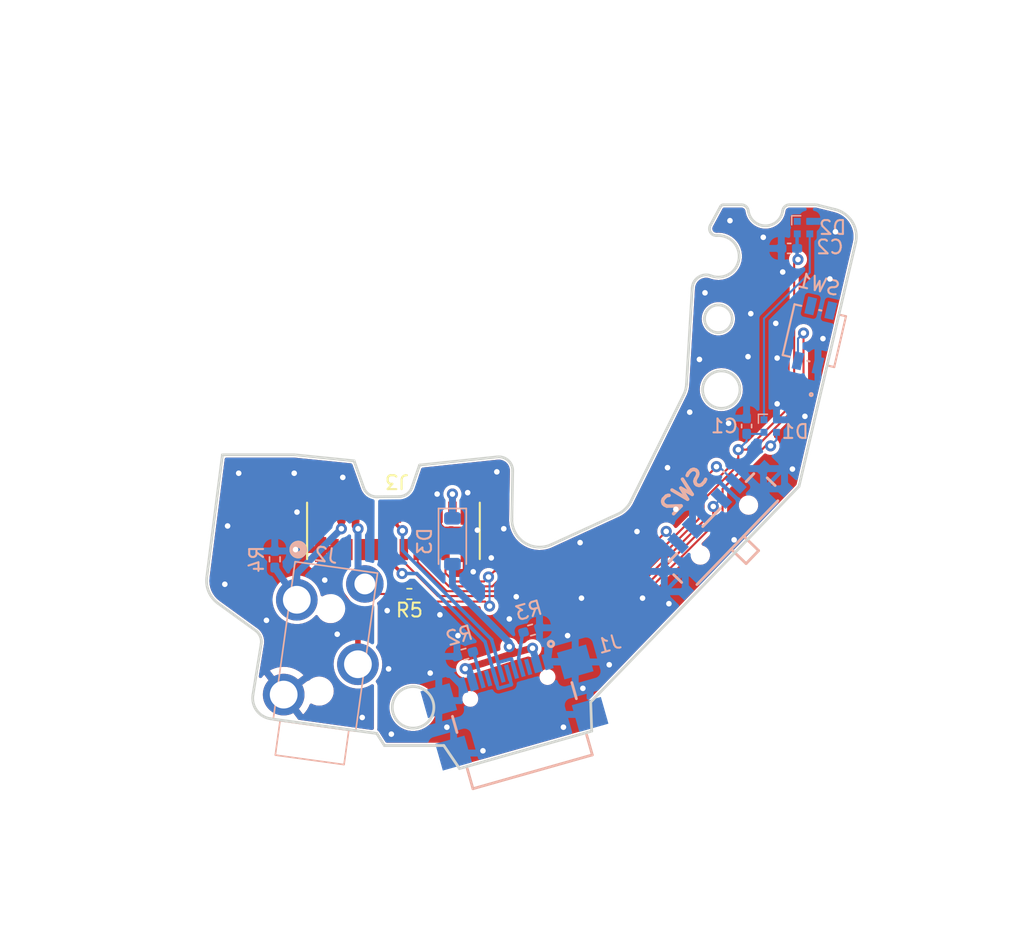
<source format=kicad_pcb>
(kicad_pcb (version 20221018) (generator pcbnew)
  (layers (0 "F.Cu" signal) (31 "B.Cu" signal) (34 "B.Paste" user) (35 "F.Paste" user) (36 "B.SilkS" user "B.Silkscreen") (37 "F.SilkS" user "F.Silkscreen") (38 "B.Mask" user) (39 "F.Mask" user) (44 "Edge.Cuts" user))
  (net 0 "")
  (net 1 "+3V3")
  (net 2 "GND")
  (net 3 "/LEDs_data_in")
  (net 4 "Net-(D1-DOUT)")
  (net 6 "VBUS")
  (net 7 "Net-(D3-A)")
  (net 8 "Net-(J1-CC1)")
  (net 9 "/USB_D+")
  (net 10 "/USB_D-")
  (net 12 "Net-(J1-CC2)")
  (net 14 "GNDA")
  (net 15 "/audio_in_L")
  (net 16 "/audio_in_R")
  (net 17 "/audio_in_detect")
  (net 22 "/ANC_PBO")
  (net 23 "/ANC_OFF")
  (net 24 "/ANC_ON")
  (net 25 "/PWR_SW")
  (footprint "FH12-18S-0.5SVA(54):CON18_1X18_DUTB_HRS_HIR" (layer "F.Cu") (at 109.249999 71.0538 180)
    (fp_text reference "J3" (at -0.254 3.556 180 unlocked) (layer "F.SilkS"))
    (fp_text value "Main board")
    (fp_circle (center 6.858 -1.3462) (end 7.239 -1.3462) (stroke (width 0.508)) (fill none) (layer "B.SilkS"))
    (fp_line (start -6.223 -2.032) (end -6.223 2.032) (stroke (width 0.1524)) (layer "F.SilkS"))
    (fp_line (start 6.223 2.032) (end 6.223 -2.032) (stroke (width 0.1524)) (layer "F.SilkS"))
    (fp_circle (center 6.858 -1.3462) (end 7.239 -1.3462) (stroke (width 0.508)) (fill none) (layer "F.SilkS"))
    (pad "1" smd rect (at 4.249999 -1.3462 180) (size 0.6096 1.524) (layers "F.Cu" "F.Paste" "F.Mask") (net 14 "GNDA"))
    (pad "2" smd rect (at 3.75 1.3462 180) (size 0.6096 1.524) (layers "F.Cu" "F.Paste" "F.Mask") (net 15 "/audio_in_L"))
    (pad "3" smd rect (at 3.250001 -1.3462 180) (size 0.6096 1.524) (layers "F.Cu" "F.Paste" "F.Mask") (net 16 "/audio_in_R"))
    (pad "4" smd rect (at 2.75 1.3462 180) (size 0.6096 1.524) (layers "F.Cu" "F.Paste" "F.Mask") (net 17 "/audio_in_detect"))
    (pad "5" smd rect (at 2.250001 -1.3462 180) (size 0.6096 1.524) (layers "F.Cu" "F.Paste" "F.Mask"))
    (pad "6" smd rect (at 1.749999 1.3462 180) (size 0.6096 1.524) (layers "F.Cu" "F.Paste" "F.Mask"))
    (pad "7" smd rect (at 1.25 -1.3462 180) (size 0.6096 1.524) (layers "F.Cu" "F.Paste" "F.Mask"))
    (pad "8" smd rect (at 0.750001 1.3462 180) (size 0.6096 1.524) (layers "F.Cu" "F.Paste" "F.Mask"))
    (pad "9" smd rect (at 0.25 -1.3462 180) (size 0.6096 1.524) (layers "F.Cu" "F.Paste" "F.Mask") (net 9 "/USB_D+"))
    (pad "10" smd rect (at -0.25 1.3462 180) (size 0.6096 1.524) (layers "F.Cu" "F.Paste" "F.Mask") (net 10 "/USB_D-"))
    (pad "11" smd rect (at -0.749998 -1.3462 180) (size 0.6096 1.524) (layers "F.Cu" "F.Paste" "F.Mask") (net 3 "/LEDs_data_in"))
    (pad "12" smd rect (at -1.25 1.3462 180) (size 0.6096 1.524) (layers "F.Cu" "F.Paste" "F.Mask") (net 22 "/ANC_PBO"))
    (pad "13" smd rect (at -1.749999 -1.3462 180) (size 0.6096 1.524) (layers "F.Cu" "F.Paste" "F.Mask") (net 23 "/ANC_OFF"))
    (pad "14" smd rect (at -2.250001 1.3462 180) (size 0.6096 1.524) (layers "F.Cu" "F.Paste" "F.Mask") (net 24 "/ANC_ON"))
    (pad "15" smd rect (at -2.75 -1.3462 180) (size 0.6096 1.524) (layers "F.Cu" "F.Paste" "F.Mask") (net 25 "/PWR_SW"))
    (pad "16" smd rect (at -3.249999 1.3462 180) (size 0.6096 1.524) (layers "F.Cu" "F.Paste" "F.Mask") (net 2 "GND"))
    (pad "17" smd rect (at -3.75 -1.3462 180) (size 0.6096 1.524) (layers "F.Cu" "F.Paste" "F.Mask") (net 1 "+3V3"))
    (pad "18" smd rect (at -4.249999 1.3462 180) (size 0.6096 1.524) (layers "F.Cu" "F.Paste" "F.Mask") (net 6 "VBUS"))
    (pad "19" smd rect (at -5.2451 1.3462 180) (size 0.8128 1.8034) (layers "F.Cu" "F.Paste" "F.Mask") (net 2 "GND"))
    (pad "20" smd rect (at 5.2451 1.3462 180) (size 0.8128 1.8034) (layers "F.Cu" "F.Paste" "F.Mask") (net 14 "GNDA"))
    (pad "21" smd rect (at -5.2451 -1.3462 180) (size 0.8128 1.8034) (layers "F.Cu" "F.Paste" "F.Mask") (net 2 "GND"))
    (pad "22" smd rect (at 5.2451 -1.3462 180) (size 0.8128 1.8034) (layers "F.Cu" "F.Paste" "F.Mask") (net 14 "GNDA"))
  )
  (footprint "Resistor_SMD:R_0402_1005Metric_Pad0.72x0.64mm_HandSolder" (layer "F.Cu") (at 110.4 75.6 180)
    (fp_text reference "R5" (at 0 -1.17) (layer "F.SilkS"))
    (fp_text value "50k")
    (fp_line (start -0.167621 -0.38) (end 0.167621 -0.38) (stroke (width 0.12)) (layer "F.SilkS"))
    (fp_line (start -0.167621 0.38) (end 0.167621 0.38) (stroke (width 0.12)) (layer "F.SilkS"))
    (pad "1" smd roundrect (at -0.5975 0 180) (size 0.715 0.64) (layers "F.Cu" "F.Paste" "F.Mask") (net 1 "+3V3"))
    (pad "2" smd roundrect (at 0.5975 0 180) (size 0.715 0.64) (layers "F.Cu" "F.Paste" "F.Mask") (net 17 "/audio_in_detect"))
  )
  (footprint "LED_SMD:LED_SK6812_EC15_1.5x1.5mm" (layer "B.Cu") (at 138.8 49.2 180)
    (fp_text reference "D2" (at -2.1 0) (layer "B.SilkS") (effects (justify mirror)))
    (fp_text value "ANC_led")
    (fp_line (start 0.85 0.2) (end 0.85 0.85) (stroke (width 0.1)) (layer "B.SilkS"))
    (fp_line (start 0.85 0.85) (end 0.2 0.85) (stroke (width 0.1)) (layer "B.SilkS"))
    (pad "1" smd rect (at -0.45 0.45 180) (size 0.5 0.5) (layers "B.Cu" "B.Paste" "B.Mask") (net 2 "GND"))
    (pad "2" smd rect (at -0.45 -0.45 180) (size 0.5 0.5) (layers "B.Cu" "B.Paste" "B.Mask") (net 4 "Net-(D1-DOUT)"))
    (pad "3" smd rect (at 0.45 -0.45 180) (size 0.5 0.5) (layers "B.Cu" "B.Paste" "B.Mask") (net 1 "+3V3"))
    (pad "4" smd rect (at 0.45 0.45 180) (size 0.5 0.5) (layers "B.Cu" "B.Paste" "B.Mask"))
  )
  (footprint "CUS-13TB:CUS13B" (layer "B.Cu") (at 133.1 71 -133.978)
    (fp_text reference "SW2" (at -0.00119 4.031129 46.022) (layer "B.SilkS") (effects (font (size 1.27 1.27) (thickness 0.254)) (justify mirror)))
    (fp_text value "ANC_control" hide)
    (fp_line (start -4.85 0.4) (end -4.85 -0.4) (stroke (width 0.2)) (layer "B.SilkS"))
    (fp_line (start -4.4 1.3) (end -3.6 1.3) (stroke (width 0.2)) (layer "B.SilkS"))
    (fp_line (start -4.2 -1.3) (end 4.2 -1.3) (stroke (width 0.2)) (layer "B.SilkS"))
    (fp_line (start -3 2.9) (end -3 2.9) (stroke (width 0.1)) (layer "B.SilkS"))
    (fp_line (start -3 3) (end -3 3) (stroke (width 0.1)) (layer "B.SilkS"))
    (fp_line (start -0.9 1.3) (end 0.9 1.3) (stroke (width 0.2)) (layer "B.SilkS"))
    (fp_line (start -0.65 -2.8) (end 0.65 -2.8) (stroke (width 0.2)) (layer "B.SilkS"))
    (fp_line (start -0.65 -1.3) (end -0.65 -2.8) (stroke (width 0.2)) (layer "B.SilkS"))
    (fp_line (start 0.65 -2.8) (end 0.65 -1.3) (stroke (width 0.2)) (layer "B.SilkS"))
    (fp_line (start 3.6 1.3) (end 4.4 1.3) (stroke (width 0.2)) (layer "B.SilkS"))
    (fp_line (start 4.85 0.4) (end 4.85 -0.4) (stroke (width 0.2)) (layer "B.SilkS"))
    (fp_arc (start -3 2.9) (mid -2.95 2.95) (end -3 3) (stroke (width 0.1)) (layer "B.SilkS"))
    (fp_arc (start -3 3) (mid -3.05 2.95) (end -3 2.9) (stroke (width 0.1)) (layer "B.SilkS"))
    (pad "" np_thru_hole circle (at -2.5 0 226.022) (size 0.9 0.9) (drill 0.9) (layers "*.Cu" "*.Mask"))
    (pad "" np_thru_hole circle (at 2.5 0 226.022) (size 0.9 0.9) (drill 0.9) (layers "*.Cu" "*.Mask"))
    (pad "1" smd rect (at -3 1.75 226.022) (size 0.7 1.5) (layers "B.Cu" "B.Paste" "B.Mask") (net 24 "/ANC_ON"))
    (pad "2" smd rect (at -1.5 1.75 226.022) (size 0.7 1.5) (layers "B.Cu" "B.Paste" "B.Mask") (net 23 "/ANC_OFF"))
    (pad "3" smd rect (at 1.5 1.75 226.022) (size 0.7 1.5) (layers "B.Cu" "B.Paste" "B.Mask") (net 2 "GND"))
    (pad "4" smd rect (at 3 1.75 226.022) (size 0.7 1.5) (layers "B.Cu" "B.Paste" "B.Mask") (net 22 "/ANC_PBO"))
    (pad "MP1" smd rect (at -5.15 1.05 136.022) (size 0.8 1) (layers "B.Cu" "B.Paste" "B.Mask") (net 2 "GND"))
    (pad "MP2" smd rect (at 5.15 1.05 136.022) (size 0.8 1) (layers "B.Cu" "B.Paste" "B.Mask") (net 2 "GND"))
    (pad "MP3" smd rect (at -5.15 -1.05 136.022) (size 0.8 1) (layers "B.Cu" "B.Paste" "B.Mask") (net 2 "GND"))
    (pad "MP4" smd rect (at 5.15 -1.05 136.022) (size 0.8 1) (layers "B.Cu" "B.Paste" "B.Mask") (net 2 "GND"))
  )
  (footprint "Resistor_SMD:R_0402_1005Metric_Pad0.72x0.64mm_HandSolder" (layer "B.Cu") (at 114.403333 79.935506 -164.189)
    (fp_text reference "R2" (at 0.024195 1.394872 15.811) (layer "B.SilkS") (effects (justify mirror)))
    (fp_text value "5.1K")
    (fp_line (start -0.167621 -0.38) (end 0.167621 -0.38) (stroke (width 0.12)) (layer "B.SilkS"))
    (fp_line (start -0.167621 0.38) (end 0.167621 0.38) (stroke (width 0.12)) (layer "B.SilkS"))
    (pad "1" smd roundrect (at -0.5975 0 195.811) (size 0.715 0.64) (layers "B.Cu" "B.Paste" "B.Mask") (net 12 "Net-(J1-CC2)"))
    (pad "2" smd roundrect (at 0.5975 0 195.811) (size 0.715 0.64) (layers "B.Cu" "B.Paste" "B.Mask") (net 2 "GND"))
  )
  (footprint "Resistor_SMD:R_0402_1005Metric_Pad0.72x0.64mm_HandSolder" (layer "B.Cu") (at 119.2 78.2 15.811)
    (fp_text reference "R3" (at 0.189018 -1.401525 15.811) (layer "B.SilkS") (effects (justify mirror)))
    (fp_text value "5.1K")
    (fp_line (start -0.167621 -0.38) (end 0.167621 -0.38) (stroke (width 0.12)) (layer "B.SilkS"))
    (fp_line (start -0.167621 0.38) (end 0.167621 0.38) (stroke (width 0.12)) (layer "B.SilkS"))
    (pad "1" smd roundrect (at -0.5975 0 15.811) (size 0.715 0.64) (layers "B.Cu" "B.Paste" "B.Mask") (net 8 "Net-(J1-CC1)"))
    (pad "2" smd roundrect (at 0.5975 0 15.811) (size 0.715 0.64) (layers "B.Cu" "B.Paste" "B.Mask") (net 2 "GND"))
  )
  (footprint "Resistor_SMD:R_0402_1005Metric_Pad0.72x0.64mm_HandSolder" (layer "B.Cu") (at 100.7 73.1 90)
    (fp_text reference "R4" (at 0 -1.3 90) (layer "B.SilkS") (effects (justify mirror)))
    (fp_text value "10k")
    (fp_line (start -0.167621 -0.38) (end 0.167621 -0.38) (stroke (width 0.12)) (layer "B.SilkS"))
    (fp_line (start -0.167621 0.38) (end 0.167621 0.38) (stroke (width 0.12)) (layer "B.SilkS"))
    (pad "1" smd roundrect (at -0.5975 0 90) (size 0.715 0.64) (layers "B.Cu" "B.Paste" "B.Mask") (net 15 "/audio_in_L"))
    (pad "2" smd roundrect (at 0.5975 0 90) (size 0.715 0.64) (layers "B.Cu" "B.Paste" "B.Mask") (net 14 "GNDA"))
  )
  (footprint "LED_SMD:LED_SK6812_EC15_1.5x1.5mm" (layer "B.Cu") (at 136.4 63.5 180)
    (fp_text reference "D1" (at -1.8 -0.4) (layer "B.SilkS") (effects (justify mirror)))
    (fp_text value "power_led")
    (fp_line (start 0.85 0.2) (end 0.85 0.85) (stroke (width 0.1)) (layer "B.SilkS"))
    (fp_line (start 0.85 0.85) (end 0.2 0.85) (stroke (width 0.1)) (layer "B.SilkS"))
    (pad "1" smd rect (at -0.45 0.45 180) (size 0.5 0.5) (layers "B.Cu" "B.Paste" "B.Mask") (net 2 "GND"))
    (pad "2" smd rect (at -0.45 -0.45 180) (size 0.5 0.5) (layers "B.Cu" "B.Paste" "B.Mask") (net 3 "/LEDs_data_in"))
    (pad "3" smd rect (at 0.45 -0.45 180) (size 0.5 0.5) (layers "B.Cu" "B.Paste" "B.Mask") (net 1 "+3V3"))
    (pad "4" smd rect (at 0.45 0.45 180) (size 0.5 0.5) (layers "B.Cu" "B.Paste" "B.Mask") (net 4 "Net-(D1-DOUT)"))
  )
  (footprint "Diode_SMD:D_SOD-123" (layer "B.Cu") (at 113.5 71.8 -90)
    (fp_text reference "D3" (at 0 2 90) (layer "B.SilkS") (effects (justify mirror)))
    (fp_text value "MBR120")
    (fp_line (start -2.36 -1) (end 1.65 -1) (stroke (width 0.12)) (layer "B.SilkS"))
    (fp_line (start -2.36 1) (end -2.36 -1) (stroke (width 0.12)) (layer "B.SilkS"))
    (fp_line (start -2.36 1) (end 1.65 1) (stroke (width 0.12)) (layer "B.SilkS"))
    (pad "1" smd roundrect (at -1.65 0 270) (size 0.9 1.2) (layers "B.Cu" "B.Paste" "B.Mask") (net 6 "VBUS"))
    (pad "2" smd roundrect (at 1.65 0 270) (size 0.9 1.2) (layers "B.Cu" "B.Paste" "B.Mask") (net 7 "Net-(D3-A)"))
  )
  (footprint "Capacitor_SMD:C_0402_1005Metric_Pad0.74x0.62mm_HandSolder" (layer "B.Cu") (at 134.7 63.5 90)
    (fp_text reference "C1" (at 0 -1.6 180) (layer "B.SilkS") (effects (justify mirror)))
    (fp_text value "1uF")
    (fp_line (start -0.115835 -0.36) (end 0.115835 -0.36) (stroke (width 0.12)) (layer "B.SilkS"))
    (fp_line (start -0.115835 0.36) (end 0.115835 0.36) (stroke (width 0.12)) (layer "B.SilkS"))
    (pad "1" smd roundrect (at -0.5675 0 90) (size 0.735 0.62) (layers "B.Cu" "B.Paste" "B.Mask") (net 1 "+3V3"))
    (pad "2" smd roundrect (at 0.5675 0 90) (size 0.735 0.62) (layers "B.Cu" "B.Paste" "B.Mask") (net 2 "GND"))
  )
  (footprint "USB4110-GF-A_REVB:GCT_USB4110-GF-A_REVB" (layer "B.Cu") (at 117.569244 82.372587 -164.189)
    (fp_text reference "J1" (at -7.821604 1.082427 15.811) (layer "B.SilkS") (effects (justify mirror)))
    (fp_text value "USB_C_Receptacle_USB2.0")
    (fp_line (start -4.47 -6.28) (end 4.47 -6.28) (stroke (width 0.2)) (layer "B.SilkS"))
    (fp_line (start -4.47 -4.79) (end -4.47 -6.28) (stroke (width 0.2)) (layer "B.SilkS"))
    (fp_line (start -4.47 -0.86) (end -4.47 -2.07) (stroke (width 0.2)) (layer "B.SilkS"))
    (fp_line (start 4.47 -6.28) (end 4.47 -4.79) (stroke (width 0.2)) (layer "B.SilkS"))
    (fp_line (start 4.47 -0.86) (end 4.47 -2.07) (stroke (width 0.2)) (layer "B.SilkS"))
    (fp_circle (center -3.78 2.23) (end -3.68 2.23) (stroke (width 0.2)) (fill none) (layer "B.SilkS"))
    (pad "" np_thru_hole circle (at -2.89 0 195.811) (size 0.65 0.65) (drill 0.65) (layers "*.Cu" "*.Mask"))
    (pad "" np_thru_hole circle (at 2.89 0 195.811) (size 0.65 0.65) (drill 0.65) (layers "*.Cu" "*.Mask"))
    (pad "A1" smd rect (at -3.2 1.075 195.811) (size 0.6 1.15) (layers "B.Cu" "B.Paste" "B.Mask") (net 2 "GND"))
    (pad "A4" smd rect (at -2.4 1.075 195.811) (size 0.6 1.15) (layers "B.Cu" "B.Paste" "B.Mask") (net 7 "Net-(D3-A)"))
    (pad "A5" smd rect (at -1.25 1.075 195.811) (size 0.3 1.15) (layers "B.Cu" "B.Paste" "B.Mask") (net 8 "Net-(J1-CC1)"))
    (pad "A6" smd rect (at -0.25 1.075 195.811) (size 0.3 1.15) (layers "B.Cu" "B.Paste" "B.Mask") (net 9 "/USB_D+"))
    (pad "A7" smd rect (at 0.25 1.075 195.811) (size 0.3 1.15) (layers "B.Cu" "B.Paste" "B.Mask") (net 10 "/USB_D-"))
    (pad "A8" smd rect (at 1.25 1.075 195.811) (size 0.3 1.15) (layers "B.Cu" "B.Paste" "B.Mask"))
    (pad "B1" smd rect (at 3.2 1.075 195.811) (size 0.6 1.15) (layers "B.Cu" "B.Paste" "B.Mask") (net 2 "GND"))
    (pad "B4" smd rect (at 2.4 1.075 195.811) (size 0.6 1.15) (layers "B.Cu" "B.Paste" "B.Mask") (net 7 "Net-(D3-A)"))
    (pad "B5" smd rect (at 1.75 1.075 195.811) (size 0.3 1.15) (layers "B.Cu" "B.Paste" "B.Mask") (net 12 "Net-(J1-CC2)"))
    (pad "B6" smd rect (at 0.75 1.075 195.811) (size 0.3 1.15) (layers "B.Cu" "B.Paste" "B.Mask") (net 9 "/USB_D+"))
    (pad "B7" smd rect (at -0.75 1.075 195.811) (size 0.3 1.15) (layers "B.Cu" "B.Paste" "B.Mask") (net 10 "/USB_D-"))
    (pad "B8" smd rect (at -1.75 1.075 195.811) (size 0.3 1.15) (layers "B.Cu" "B.Paste" "B.Mask"))
    (pad "S1" smd rect (at -5.11 -3.43 195.811) (size 2.18 2) (layers "B.Cu" "B.Paste" "B.Mask") (net 2 "GND"))
    (pad "S1" smd rect (at -5.11 0.5 195.811) (size 2.18 2) (layers "B.Cu" "B.Paste" "B.Mask") (net 2 "GND"))
    (pad "S1" smd rect (at 5.11 -3.43 195.811) (size 2.18 2) (layers "B.Cu" "B.Paste" "B.Mask") (net 2 "GND"))
    (pad "S1" smd rect (at 5.11 0.5 195.811) (size 2.18 2) (layers "B.Cu" "B.Paste" "B.Mask") (net 2 "GND"))
  )
  (footprint "Capacitor_SMD:C_0402_1005Metric_Pad0.74x0.62mm_HandSolder" (layer "B.Cu") (at 137.7675 50.7 180)
    (fp_text reference "C2" (at -2.9325 0.1) (layer "B.SilkS") (effects (justify mirror)))
    (fp_text value "1uF")
    (fp_line (start -0.115835 -0.36) (end 0.115835 -0.36) (stroke (width 0.12)) (layer "B.SilkS"))
    (fp_line (start -0.115835 0.36) (end 0.115835 0.36) (stroke (width 0.12)) (layer "B.SilkS"))
    (pad "1" smd roundrect (at -0.5675 0 180) (size 0.735 0.62) (layers "B.Cu" "B.Paste" "B.Mask") (net 1 "+3V3"))
    (pad "2" smd roundrect (at 0.5675 0 180) (size 0.735 0.62) (layers "B.Cu" "B.Paste" "B.Mask") (net 2 "GND"))
  )
  (footprint "SCHURTER Inc 4832.2330:4832.2330" (layer "B.Cu") (at 103.817803 83.194343 172.125)
    (fp_text reference "J2" (at 0.847447 10.376086 352.125 unlocked) (layer "B.SilkS") (effects (justify mirror)))
    (fp_text value "Audio In")
    (fp_rect (start -3 9.6) (end 3 -1.9) (stroke (width 0.12)) (fill none) (layer "B.SilkS"))
    (fp_rect (start -2.5 -1.9) (end 2.5 -4.4) (stroke (width 0.12)) (fill none) (layer "B.SilkS"))
    (pad "" np_thru_hole circle (at 0 0.6 172.125) (size 1.6 1.6) (drill 1.6) (layers "F&B.Cu" "*.Mask"))
    (pad "" np_thru_hole circle (at 0 6.6 172.125) (size 1.6 1.6) (drill 1.6) (layers "F&B.Cu" "*.Mask"))
    (pad "R" thru_hole circle (at -2.5 2.9 172.125) (size 3 3) (drill 2) (layers "*.Cu" "*.Mask") (net 16 "/audio_in_R"))
    (pad "S" thru_hole circle (at 2.5 0 172.125) (size 3 3) (drill 2) (layers "*.Cu" "*.Mask") (net 14 "GNDA"))
    (pad "T" thru_hole circle (at 2.5 6.9 172.125) (size 3 3) (drill 2) (layers "*.Cu" "*.Mask") (net 15 "/audio_in_L"))
    (pad "TN" thru_hole circle (at -2.2 8.7 172.125) (size 2.7 2.7) (drill 1.5) (layers "*.Cu" "*.Mask") (net 17 "/audio_in_detect"))
  )
  (footprint "ul_EVQ-P7A01P:EVQ_P7_PAN" (layer "B.Cu") (at 139.580477 56.988067 76.926)
    (fp_text reference "SW1" (at 3.664747 -0.523035 -13.074 unlocked) (layer "B.SilkS") (effects (justify mirror)))
    (fp_text value "Power")
    (fp_line (start -1.8796 -1.905) (end 1.8796 -1.905) (stroke (width 0.1524)) (layer "B.SilkS"))
    (fp_line (start -1.8796 -1.402941) (end -1.8796 -1.905) (stroke (width 0.1524)) (layer "B.SilkS"))
    (fp_line (start -1.8796 0.077061) (end -1.8796 -0.077061) (stroke (width 0.1524)) (layer "B.SilkS"))
    (fp_line (start -1.8796 1.905) (end -1.8796 1.402941) (stroke (width 0.1524)) (layer "B.SilkS"))
    (fp_line (start 1.8796 -1.905) (end 1.8796 -1.402941) (stroke (width 0.1524)) (layer "B.SilkS"))
    (fp_line (start 1.8796 -0.077061) (end 1.8796 0.077061) (stroke (width 0.1524)) (layer "B.SilkS"))
    (fp_line (start 1.8796 1.402941) (end 1.8796 1.905) (stroke (width 0.1524)) (layer "B.SilkS"))
    (fp_line (start 1.8796 1.905) (end -1.8796 1.905) (stroke (width 0.1524)) (layer "B.SilkS"))
    (fp_circle (center -4.1851 0.74) (end -4.0835 0.74) (stroke (width 0.1524)) (fill none) (layer "B.SilkS"))
    (pad "1" smd rect (at -2.032 0.740001 76.926) (size 1.2446 0.6604) (layers "B.Cu" "B.Paste" "B.Mask") (net 2 "GND"))
    (pad "1*" smd rect (at 2.032 0.740001 76.926) (size 1.2446 0.6604) (layers "B.Cu" "B.Paste" "B.Mask"))
    (pad "2" smd rect (at -2.032 -0.740001 76.926) (size 1.2446 0.6604) (layers "B.Cu" "B.Paste" "B.Mask") (net 25 "/PWR_SW"))
    (pad "2*" smd rect (at 2.032 -0.740001 76.926) (size 1.2446 0.6604) (layers "B.Cu" "B.Paste" "B.Mask"))
  )
  (gr_arc (start 134.323511 47.555643) (mid 134.652991 47.679555) (end 134.819166 47.989873) (stroke (width 0.2)) (layer "Edge.Cuts"))
  (gr_line (start 126.358357 68.927534) (end 130.163468 61.254979) (stroke (width 0.2)) (layer "Edge.Cuts"))
  (gr_circle (center 132.87667 60.875542) (end 131.52667 60.875542) (stroke (width 0.2)) (fill none) (layer "Edge.Cuts"))
  (gr_circle (center 110.664032 83.770794) (end 109.164032 83.770794) (stroke (width 0.2)) (fill none) (layer "Edge.Cuts"))
  (gr_line (start 123.538729 85.48051) (end 114.00959 88.17903) (stroke (width 0.2)) (layer "Edge.Cuts"))
  (gr_arc (start 141.08974 47.898774) (mid 142.310387 48.795878) (end 142.552018 50.291334) (stroke (width 0.2)) (layer "Edge.Cuts"))
  (gr_line (start 96.929134 65.571188) (end 102.105534 65.571188) (stroke (width 0.2)) (layer "Edge.Cuts"))
  (gr_arc (start 137.297443 47.989873) (mid 137.463618 47.679554) (end 137.793099 47.555643) (stroke (width 0.2)) (layer "Edge.Cuts"))
  (gr_circle (center 132.664032 55.770794) (end 131.664032 55.770794) (stroke (width 0.2)) (fill none) (layer "Edge.Cuts"))
  (gr_line (start 99.319381 78.235136) (end 96.610758 76.273556) (stroke (width 0.2)) (layer "Edge.Cuts"))
  (gr_line (start 120.615349 72.047399) (end 125.399097 69.857436) (stroke (width 0.2)) (layer "Edge.Cuts"))
  (gr_line (start 114.00959 88.17903) (end 112.880294 86.521048) (stroke (width 0.2)) (layer "Edge.Cuts"))
  (gr_line (start 108.602857 86.521048) (end 108.048429 85.65023) (stroke (width 0.2)) (layer "Edge.Cuts"))
  (gr_arc (start 108.054113 68.600418) (mid 107.473132 68.420581) (end 107.103792 67.937396) (stroke (width 0.2)) (layer "Edge.Cuts"))
  (gr_line (start 108.054113 68.600418) (end 109.647911 68.586402) (stroke (width 0.2)) (layer "Edge.Cuts"))
  (gr_line (start 99.127188 82.867254) (end 99.719992 79.204836) (stroke (width 0.2)) (layer "Edge.Cuts"))
  (gr_line (start 112.880294 86.521048) (end 108.602857 86.521048) (stroke (width 0.2)) (layer "Edge.Cuts"))
  (gr_line (start 123.464695 83.391672) (end 123.538729 85.48051) (stroke (width 0.2)) (layer "Edge.Cuts"))
  (gr_line (start 110.585128 67.910575) (end 111.132321 66.313553) (stroke (width 0.2)) (layer "Edge.Cuts"))
  (gr_arc (start 110.585128 67.910575) (mid 110.224009 68.397552) (end 109.647911 68.586402) (stroke (width 0.2)) (layer "Edge.Cuts"))
  (gr_arc (start 132.560174 49.774394) (mid 134.148035 51.489275) (end 132.133317 52.67377) (stroke (width 0.2)) (layer "Edge.Cuts"))
  (gr_line (start 102.105534 65.571188) (end 106.413455 66.008347) (stroke (width 0.2)) (layer "Edge.Cuts"))
  (gr_arc (start 100.402422 84.592784) (mid 99.401594 83.998439) (end 99.127188 82.867254) (stroke (width 0.2)) (layer "Edge.Cuts"))
  (gr_line (start 95.8 74.4) (end 96.929134 65.571188) (stroke (width 0.2)) (layer "Edge.Cuts"))
  (gr_line (start 106.413455 66.008347) (end 107.103792 67.937396) (stroke (width 0.2)) (layer "Edge.Cuts"))
  (gr_line (start 137.793099 47.555643) (end 139.596289 47.555643) (stroke (width 0.2)) (layer "Edge.Cuts"))
  (gr_arc (start 132.817239 47.686619) (mid 132.909134 47.590869) (end 133.037087 47.555643) (stroke (width 0.2)) (layer "Edge.Cuts"))
  (gr_line (start 132.085858 49.037545) (end 132.817239 47.686619) (stroke (width 0.2)) (layer "Edge.Cuts"))
  (gr_line (start 142.552018 50.291334) (end 138.477665 67.833646) (stroke (width 0.2)) (layer "Edge.Cuts"))
  (gr_arc (start 130.368174 60.485293) (mid 130.304521 60.880429) (end 130.163468 61.254979) (stroke (width 0.2)) (layer "Edge.Cuts"))
  (gr_arc (start 139.596289 47.555643) (mid 139.718675 47.563161) (end 139.839222 47.5856) (stroke (width 0.2)) (layer "Edge.Cuts"))
  (gr_arc (start 132.560174 49.774394) (mid 132.105128 49.546226) (end 132.085858 49.037545) (stroke (width 0.2)) (layer "Edge.Cuts"))
  (gr_line (start 138.477665 67.833646) (end 123.464695 83.391672) (stroke (width 0.2)) (layer "Edge.Cuts"))
  (gr_line (start 111.132321 66.313553) (end 116.738212 65.723343) (stroke (width 0.2)) (layer "Edge.Cuts"))
  (gr_line (start 130.368174 60.485293) (end 130.781276 53.549631) (stroke (width 0.2)) (layer "Edge.Cuts"))
  (gr_arc (start 137.297443 47.989873) (mid 136.058305 49.075447) (end 134.819166 47.989873) (stroke (width 0.2)) (layer "Edge.Cuts"))
  (gr_arc (start 130.781276 53.549631) (mid 131.235813 52.769803) (end 132.133317 52.67377) (stroke (width 0.2)) (layer "Edge.Cuts"))
  (gr_arc (start 116.738212 65.723343) (mid 117.518357 65.980433) (end 117.842765 66.735073) (stroke (width 0.2)) (layer "Edge.Cuts"))
  (gr_line (start 133.037087 47.555643) (end 134.323511 47.555643) (stroke (width 0.2)) (layer "Edge.Cuts"))
  (gr_line (start 117.842765 66.735073) (end 117.78315 70.194436) (stroke (width 0.2)) (layer "Edge.Cuts"))
  (gr_arc (start 99.319381 78.235136) (mid 99.657088 78.663227) (end 99.719992 79.204836) (stroke (width 0.2)) (layer "Edge.Cuts"))
  (gr_line (start 108.048429 85.65023) (end 100.402422 84.592784) (stroke (width 0.2)) (layer "Edge.Cuts"))
  (gr_arc (start 96.610758 76.273556) (mid 95.948318 75.448014) (end 95.8 74.4) (stroke (width 0.2)) (layer "Edge.Cuts"))
  (gr_arc (start 126.358357 68.927534) (mid 125.958669 69.474951) (end 125.399097 69.857436) (stroke (width 0.2)) (layer "Edge.Cuts"))
  (gr_line (start 139.839222 47.5856) (end 141.08974 47.898774) (stroke (width 0.2)) (layer "Edge.Cuts"))
  (gr_arc (start 120.615349 72.047399) (mid 118.687882 71.902528) (end 117.78315 70.194436) (stroke (width 0.2)) (layer "Edge.Cuts"))
  (segment (start 131.25 70.199569) (end 131.25 68.655026) (width 0.15) (layer "F.Cu") (net 1))
  (segment (start 138.125 61.775) (end 138.125 51.775) (width 0.15) (layer "F.Cu") (net 1))
  (segment (start 113.6 74.7) (end 112.999999 74.099999) (width 0.15) (layer "F.Cu") (net 1))
  (segment (start 138.125 51.775) (end 138.4 51.5) (width 0.15) (layer "F.Cu") (net 1))
  (segment (start 131.25 68.655026) (end 134.1 65.805026) (width 0.15) (layer "F.Cu") (net 1))
  (segment (start 111.5475 76.15) (end 110.9975 75.6) (width 0.15) (layer "F.Cu") (net 1))
  (segment (start 138 61.9) (end 138.125 61.775) (width 0.15) (layer "F.Cu") (net 1))
  (segment (start 127.499569 73.95) (end 131.25 70.199569) (width 0.15) (layer "F.Cu") (net 1))
  (segment (start 116.1 74.3755) (end 116.5255 73.95) (width 0.15) (layer "F.Cu") (net 1))
  (segment (start 134.705026 65.2) (end 138 61.905026) (width 0.15) (layer "F.Cu") (net 1))
  (segment (start 134.1 65.805026) (end 134.1 65.2) (width 0.15) (layer "F.Cu") (net 1))
  (segment (start 116.1 74.3755) (end 115.7755 74.7) (width 0.15) (layer "F.Cu") (net 1))
  (segment (start 138 61.905026) (end 138 61.9) (width 0.15) (layer "F.Cu") (net 1))
  (segment (start 115.7755 74.7) (end 113.6 74.7) (width 0.15) (layer "F.Cu") (net 1))
  (segment (start 116.175875 76.4745) (end 115.851375 76.15) (width 0.15) (layer "F.Cu") (net 1))
  (segment (start 115.851375 76.15) (end 111.5475 76.15) (width 0.15) (layer "F.Cu") (net 1))
  (segment (start 116.5255 73.95) (end 127.499569 73.95) (width 0.15) (layer "F.Cu") (net 1))
  (segment (start 112.999999 74.099999) (end 112.999999 72.4) (width 0.15) (layer "F.Cu") (net 1))
  (segment (start 134.1 65.2) (end 134.705026 65.2) (width 0.15) (layer "F.Cu") (net 1))
  (via (at 134.1 65.2) (size 0.8) (drill 0.4) (layers "F.Cu" "B.Cu") (net 1))
  (via (at 138.4 51.5) (size 0.8) (drill 0.4) (layers "F.Cu" "B.Cu") (net 1))
  (via (at 116.1 74.3755) (size 0.8) (drill 0.4) (layers "F.Cu" "B.Cu") (net 1))
  (via (at 116.175875 76.4745) (size 0.8) (drill 0.4) (layers "F.Cu" "B.Cu") (net 1))
  (segment (start 138.335 49.665) (end 138.35 49.65) (width 0.25) (layer "B.Cu") (net 1))
  (segment (start 116.1 74.3755) (end 116.175875 74.451375) (width 0.15) (layer "B.Cu") (net 1))
  (segment (start 138.335 51.435) (end 138.4 51.5) (width 0.25) (layer "B.Cu") (net 1))
  (segment (start 135.8325 64.0675) (end 135.95 63.95) (width 0.15) (layer "B.Cu") (net 1))
  (segment (start 138.335 50.7) (end 138.335 51.435) (width 0.25) (layer "B.Cu") (net 1))
  (segment (start 134.7 64.0675) (end 135.8325 64.0675) (width 0.15) (layer "B.Cu") (net 1))
  (segment (start 138.335 50.7) (end 138.335 49.665) (width 0.25) (layer "B.Cu") (net 1))
  (segment (start 134.1 65.2) (end 134.7 64.6) (width 0.15) (layer "B.Cu") (net 1))
  (segment (start 134.7 64.6) (end 134.7 64.0675) (width 0.15) (layer "B.Cu") (net 1))
  (segment (start 116.175875 74.451375) (end 116.175875 76.4745) (width 0.15) (layer "B.Cu") (net 1))
  (segment (start 112.825598 71) (end 114.5 71) (width 0.5) (layer "F.Cu") (net 2))
  (segment (start 112.499998 70.6744) (end 112.812799 70.987201) (width 0.5) (layer "F.Cu") (net 2))
  (segment (start 114.5 71) (end 115.3 71) (width 0.5) (layer "F.Cu") (net 2))
  (segment (start 112.812799 70.987201) (end 112.825598 71) (width 0.5) (layer "F.Cu") (net 2))
  (segment (start 112.499998 68.499998) (end 112.4 68.4) (width 0.5) (layer "F.Cu") (net 2))
  (segment (start 112.499998 69.7076) (end 112.499998 68.499998) (width 0.5) (layer "F.Cu") (net 2))
  (segment (start 112.499998 69.7076) (end 112.499998 70.6744) (width 0.5) (layer "F.Cu") (net 2))
  (via (at 124.8 80.7) (size 0.8) (drill 0.4) (layers "F.Cu" "B.Cu") (net 2))
  (via (at 131.7 53.9) (size 0.8) (drill 0.4) (layers "F.Cu" "B.Cu") (net 2))
  (via (at 108.8 76.8) (size 0.8) (drill 0.4) (layers "F.Cu" "B.Cu") (net 2))
  (via (at 116.3 73) (size 0.8) (drill 0.4) (layers "F.Cu" "B.Cu") (net 2))
  (via (at 140.7 52.9) (size 0.8) (drill 0.4) (layers "F.Cu" "B.Cu") (net 2))
  (via (at 112.4 68.4) (size 0.8) (drill 0.4) (layers "F.Cu" "B.Cu") (net 2))
  (via (at 118.1 75.8) (size 0.8) (drill 0.4) (layers "F.Cu" "B.Cu") (net 2))
  (via (at 112.6 77.1) (size 0.8) (drill 0.4) (layers "F.Cu" "B.Cu") (net 2))
  (via (at 121.8 78.6) (size 0.8) (drill 0.4) (layers "F.Cu" "B.Cu") (net 2))
  (via (at 115.3 71) (size 0.8) (drill 0.4) (layers "F.Cu" "B.Cu") (net 2))
  (via (at 113.9 78.6) (size 0.8) (drill 0.4) (layers "F.Cu" "B.Cu") (net 2))
  (via (at 135.9 49.9) (size 0.8) (drill 0.4) (layers "F.Cu" "B.Cu") (net 2))
  (via (at 131.3 58.7) (size 0.8) (drill 0.4) (layers "F.Cu" "B.Cu") (net 2))
  (via (at 117.2 70.9) (size 0.8) (drill 0.4) (layers "F.Cu" "B.Cu") (net 2))
  (via (at 133.8 71.7) (size 0.8) (drill 0.4) (layers "F.Cu" "B.Cu") (net 2))
  (via (at 122.8 75.9) (size 0.8) (drill 0.4) (layers "F.Cu" "B.Cu") (net 2))
  (via (at 136.9 61.9) (size 0.8) (drill 0.4) (layers "F.Cu" "B.Cu") (net 2))
  (via (at 111.9 81.3) (size 0.8) (drill 0.4) (layers "F.Cu" "B.Cu") (net 2))
  (via (at 129.1 76.3) (size 0.8) (drill 0.4) (layers "F.Cu" "B.Cu") (net 2))
  (via (at 109.1 85.7) (size 0.8) (drill 0.4) (layers "F.Cu" "B.Cu") (net 2))
  (via (at 133.4 63.3) (size 0.8) (drill 0.4) (layers "F.Cu" "B.Cu") (net 2))
  (via (at 113.1 85.2) (size 0.8) (drill 0.4) (layers "F.Cu" "B.Cu") (net 2))
  (via (at 138 66.6) (size 0.8) (drill 0.4) (layers "F.Cu" "B.Cu") (net 2))
  (via (at 115 74) (size 0.8) (drill 0.4) (layers "F.Cu" "B.Cu") (net 2))
  (via (at 129 66.5) (size 0.8) (drill 0.4) (layers "F.Cu" "B.Cu") (net 2))
  (via (at 138.9 62.8) (size 0.8) (drill 0.4) (layers "F.Cu" "B.Cu") (net 2))
  (via (at 133.5 48.7) (size 0.8) (drill 0.4) (layers "F.Cu" "B.Cu") (net 2))
  (via (at 108.9 81) (size 0.8) (drill 0.4) (layers "F.Cu" "B.Cu") (net 2))
  (via (at 136.9 58.6) (size 0.8) (drill 0.4) (layers "F.Cu" "B.Cu") (net 2))
  (via (at 136.8 56.1) (size 0.8) (drill 0.4) (layers "F.Cu" "B.Cu") (net 2))
  (via (at 122.7 71.9) (size 0.8) (drill 0.4) (layers "F.Cu" "B.Cu") (net 2))
  (via (at 114.6 68.3) (size 0.8) (drill 0.4) (layers "F.Cu" "B.Cu") (net 2))
  (via (at 116.7 66.8) (size 0.8) (drill 0.4) (layers "F.Cu" "B.Cu") (net 2))
  (via (at 134.8 58.5) (size 0.8) (drill 0.4) (layers "F.Cu" "B.Cu") (net 2))
  (via (at 141.1 49.5) (size 0.8) (drill 0.4) (layers "F.Cu" "B.Cu") (net 2))
  (via (at 117.6 77.4) (size 0.8) (drill 0.4) (layers "F.Cu" "B.Cu") (net 2))
  (via (at 127.2 75.9) (size 0.8) (drill 0.4) (layers "F.Cu" "B.Cu") (net 2))
  (via (at 126.8 71.1) (size 0.8) (drill 0.4) (layers "F.Cu" "B.Cu") (net 2))
  (via (at 129.6 69.5) (size 0.8) (drill 0.4) (layers "F.Cu" "B.Cu") (net 2))
  (via (at 140.2 57.2) (size 0.8) (drill 0.4) (layers "F.Cu" "B.Cu") (net 2))
  (via (at 135 55.4) (size 0.8) (drill 0.4) (layers "F.Cu" "B.Cu") (net 2))
  (via (at 115.7 86.9) (size 0.8) (drill 0.4) (layers "F.Cu" "B.Cu") (net 2))
  (via (at 121.5 85.2) (size 0.8) (drill 0.4) (layers "F.Cu" "B.Cu") (net 2))
  (via (at 137.3 52.4) (size 0.8) (drill 0.4) (layers "F.Cu" "B.Cu") (net 2))
  (via (at 130.6 62.5) (size 0.8) (drill 0.4) (layers "F.Cu" "B.Cu") (net 2))
  (via (at 122.9 82.4) (size 0.8) (drill 0.4) (layers "F.Cu" "B.Cu") (net 2))
  (segment (start 113.387267 81.4) (end 113.2 81.4) (width 0.5) (layer "B.Cu") (net 2))
  (segment (start 114.197414 82.210147) (end 113.387267 81.4) (width 0.5) (layer "B.Cu") (net 2))
  (segment (start 120.355274 80.466371) (end 120.5 79.3) (width 0.5) (layer "B.Cu") (net 2))
  (segment (start 136.426944 64.926944) (end 136.073056 64.926944) (width 0.15) (layer "F.Cu") (net 3))
  (segment (start 132.968842 68.031158) (end 132.968842 69.96565) (width 0.15) (layer "F.Cu") (net 3))
  (segment (start 127.934492 75) (end 117.420043 75) (width 0.15) (layer "F.Cu") (net 3))
  (segment (start 109.999997 73.299997) (end 109.999997 72.4) (width 0.15) (layer "F.Cu") (net 3))
  (segment (start 136.073056 64.926944) (end 132.968842 68.031158) (width 0.15) (layer "F.Cu") (net 3))
  (segment (start 132.968842 69.96565) (end 127.934492 75) (width 0.15) (layer "F.Cu") (net 3))
  (segment (start 116.669543 75.7505) (end 112.4505 75.7505) (width 0.15) (layer "F.Cu") (net 3))
  (segment (start 117.420043 75) (end 116.669543 75.7505) (width 0.15) (layer "F.Cu") (net 3))
  (segment (start 112.4505 75.7505) (end 109.999997 73.299997) (width 0.15) (layer "F.Cu") (net 3))
  (via (at 136.426944 64.926944) (size 0.8) (drill 0.4) (layers "F.Cu" "B.Cu") (net 3))
  (segment (start 136.426944 64.926944) (end 136.85 64.503888) (width 0.15) (layer "B.Cu") (net 3))
  (segment (start 136.85 64.503888) (end 136.85 63.95) (width 0.15) (layer "B.Cu") (net 3))
  (segment (start 135.95 63.05) (end 135.95 55.75) (width 0.15) (layer "B.Cu") (net 4))
  (segment (start 135.95 55.75) (end 139.25 52.45) (width 0.15) (layer "B.Cu") (net 4))
  (segment (start 139.25 52.45) (end 139.25 49.65) (width 0.15) (layer "B.Cu") (net 4))
  (segment (start 113.5 68.4) (end 113.5 69.707598) (width 0.5) (layer "F.Cu") (net 6))
  (segment (start 113.5 69.707598) (end 113.499998 69.7076) (width 0.5) (layer "F.Cu") (net 6))
  (via (at 113.5 68.4) (size 0.8) (drill 0.4) (layers "F.Cu" "B.Cu") (net 6))
  (segment (start 113.5 70.15) (end 113.5 68.4) (width 0.5) (layer "B.Cu") (net 6))
  (segment (start 117.6 79.4) (end 117.9 79.7) (width 0.5) (layer "F.Cu") (net 7))
  (segment (start 115.7 80.6) (end 117.9 79.880713) (width 0.5) (layer "F.Cu") (net 7))
  (segment (start 117.9 79.7) (end 117.9 79.880713) (width 0.5) (layer "F.Cu") (net 7))
  (segment (start 114.417508 80.982172) (end 115.7 80.6) (width 0.5) (layer "F.Cu") (net 7))
  (segment (start 119.248184 79.498936) (end 119.27226 79.512385) (width 0.25) (layer "F.Cu") (net 7))
  (segment (start 117.9 79.880713) (end 119.248184 79.498936) (width 0.5) (layer "F.Cu") (net 7))
  (via (at 119.27226 79.512385) (size 0.8) (drill 0.4) (layers "F.Cu" "B.Cu") (net 7))
  (via (at 114.417508 80.982172) (size 0.8) (drill 0.4) (layers "F.Cu" "B.Cu") (net 7))
  (via (at 117.6 79.4) (size 0.8) (drill 0.4) (layers "F.Cu" "B.Cu") (net 7))
  (segment (start 117.6 79.4) (end 117.6 79.1) (width 0.5) (layer "B.Cu") (net 7))
  (segment (start 117.6 79.1) (end 113.5 75) (width 0.5) (layer "B.Cu") (net 7))
  (segment (start 114.967147 81.992175) (end 114.651639 80.87801) (width 0.5) (layer "B.Cu") (net 7))
  (segment (start 119.597879 80.662258) (end 119.585542 80.684343) (width 0.25) (layer "B.Cu") (net 7))
  (segment (start 119.27226 79.512385) (end 119.597879 80.662258) (width 0.5) (layer "B.Cu") (net 7))
  (segment (start 113.5 75) (end 113.5 73.45) (width 0.5) (layer "B.Cu") (net 7))
  (segment (start 114.651639 80.87801) (end 114.547477 80.982172) (width 0.25) (layer "B.Cu") (net 7))
  (segment (start 114.547477 80.982172) (end 114.417508 80.982172) (width 0.25) (layer "B.Cu") (net 7))
  (segment (start 118.568014 78.362798) (end 118.625106 78.362798) (width 0.25) (layer "B.Cu") (net 8))
  (segment (start 118.479051 80.997678) (end 118.26981 80.241052) (width 0.25) (layer "B.Cu") (net 8))
  (segment (start 118.26981 80.241052) (end 118.568014 78.362798) (width 0.25) (layer "B.Cu") (net 8))
  (segment (start 109.873056 74.126944) (end 108.999999 73.253887) (width 0.25) (layer "F.Cu") (net 9))
  (segment (start 108.999999 73.253887) (end 108.999999 72.4) (width 0.25) (layer "F.Cu") (net 9))
  (via (at 109.873056 74.126944) (size 0.8) (drill 0.4) (layers "F.Cu" "B.Cu") (net 9))
  (segment (start 116.793127 82.384502) (end 116.823993 82.401745) (width 0.25) (layer "B.Cu") (net 9))
  (segment (start 117.73805 82.142903) (end 117.755293 82.112038) (width 0.25) (layer "B.Cu") (net 9))
  (segment (start 109.873056 74.126944) (end 110.93253 74.126944) (width 0.25) (layer "B.Cu") (net 9))
  (segment (start 115.846212 79.040626) (end 116.55472 81.542608) (width 0.25) (layer "B.Cu") (net 9))
  (segment (start 116.823993 82.401745) (end 117.73805 82.142903) (width 0.25) (layer "B.Cu") (net 9))
  (segment (start 110.93253 74.126944) (end 115.846212 79.040626) (width 0.25) (layer "B.Cu") (net 9))
  (segment (start 117.755293 82.112038) (end 117.516886 81.270143) (width 0.25) (layer "B.Cu") (net 9))
  (segment (start 116.55472 81.542608) (end 116.793127 82.384502) (width 0.25) (layer "B.Cu") (net 9))
  (segment (start 109.9 71.038498) (end 109.499999 70.638497) (width 0.25) (layer "F.Cu") (net 10))
  (segment (start 109.499999 70.638497) (end 109.499999 69.7076) (width 0.25) (layer "F.Cu") (net 10))
  (via (at 109.9 71.038498) (size 0.8) (drill 0.4) (layers "F.Cu" "B.Cu") (net 10))
  (segment (start 117.728696 80.274773) (end 117.759562 80.292015) (width 0.25) (layer "B.Cu") (net 10))
  (segment (start 116.863475 80.797828) (end 116.337042 78.938816) (width 0.25) (layer "B.Cu") (net 10))
  (segment (start 116.797396 80.56448) (end 116.814639 80.533614) (width 0.25) (layer "B.Cu") (net 10))
  (segment (start 109.9 72.458018) (end 116.337042 78.89506) (width 0.25) (layer "B.Cu") (net 10))
  (segment (start 117.035803 81.406375) (end 116.863475 80.797828) (width 0.25) (layer "B.Cu") (net 10))
  (segment (start 116.814639 80.533614) (end 117.728696 80.274773) (width 0.25) (layer "B.Cu") (net 10))
  (segment (start 117.759562 80.292015) (end 117.997969 81.13391) (width 0.25) (layer "B.Cu") (net 10))
  (segment (start 109.9 71.038498) (end 109.9 72.458018) (width 0.25) (layer "B.Cu") (net 10))
  (segment (start 116.337042 78.89506) (end 116.337042 78.938816) (width 0.25) (layer "B.Cu") (net 10))
  (segment (start 116.863475 80.797828) (end 116.797396 80.56448) (width 0.25) (layer "B.Cu") (net 10))
  (segment (start 114.978227 79.772708) (end 115.02096 79.79658) (width 0.25) (layer "B.Cu") (net 12))
  (segment (start 115.02096 79.79658) (end 115.592554 81.815072) (width 0.25) (layer "B.Cu") (net 12))
  (segment (start 104.8 73.8) (end 104.3 74.3) (width 0.15) (layer "F.Cu") (net 14))
  (segment (start 104.3 74.3) (end 104.3 74.6) (width 0.15) (layer "F.Cu") (net 14))
  (segment (start 104.8 72.6) (end 104.8 73.8) (width 0.15) (layer "F.Cu") (net 14))
  (segment (start 105 72.4) (end 104.8 72.6) (width 0.15) (layer "F.Cu") (net 14))
  (via (at 102.1 66.9) (size 0.8) (drill 0.4) (layers "F.Cu" "B.Cu") (net 14))
  (via (at 97.3 70.7) (size 0.8) (drill 0.4) (layers "F.Cu" "B.Cu") (net 14))
  (via (at 107 84.5) (size 0.8) (drill 0.4) (layers "F.Cu" "B.Cu") (net 14))
  (via (at 100.1 77.5) (size 0.8) (drill 0.4) (layers "F.Cu" "B.Cu") (net 14))
  (via (at 98.1 66.9) (size 0.8) (drill 0.4) (layers "F.Cu" "B.Cu") (net 14))
  (via (at 102.2 72.4) (size 0.8) (drill 0.4) (layers "F.Cu" "B.Cu") (net 14))
  (via (at 105.6 67.2) (size 0.8) (drill 0.4) (layers "F.Cu" "B.Cu") (net 14))
  (via (at 102.3 69.7) (size 0.8) (drill 0.4) (layers "F.Cu" "B.Cu") (net 14))
  (via (at 97.1 74.9) (size 0.8) (drill 0.4) (layers "F.Cu" "B.Cu") (net 14))
  (via (at 104.3 74.6) (size 0.8) (drill 0.4) (layers "F.Cu" "B.Cu") (net 14))
  (via (at 105.2 78.5) (size 0.8) (drill 0.4) (layers "F.Cu" "B.Cu") (net 14))
  (segment (start 105.5 70.9) (end 105.499999 70.899999) (width 0.5) (layer "F.Cu") (net 15))
  (segment (start 105.499999 70.899999) (end 105.499999 69.7076) (width 0.5) (layer "F.Cu") (net 15))
  (via (at 105.5 70.9) (size 0.8) (drill 0.4) (layers "F.Cu" "B.Cu") (net 15))
  (segment (start 100.7 73.6975) (end 102.286765 76.016884) (width 0.5) (layer "B.Cu") (net 15))
  (segment (start 102.286765 74.113235) (end 105.5 70.9) (width 0.5) (layer "B.Cu") (net 15))
  (segment (start 102.286765 76.016884) (end 102.286765 74.113235) (width 0.5) (layer "B.Cu") (net 15))
  (segment (start 105.96654 73.301764) (end 105.999998 72.4) (width 0.4) (layer "F.Cu") (net 16))
  (segment (start 105.284246 75.263359) (end 106.677263 77.15329) (width 0.4) (layer "F.Cu") (net 16))
  (segment (start 105.284246 75.263359) (end 105.293723 73.965105) (width 0.4) (layer "F.Cu") (net 16))
  (segment (start 106.691562 77.167589) (end 106.691562 80.664223) (width 0.4) (layer "F.Cu") (net 16))
  (segment (start 106.677263 77.15329) (end 106.691562 77.167589) (width 0.4) (layer "F.Cu") (net 16))
  (segment (start 105.293723 73.965105) (end 105.96654 73.301764) (width 0.4) (layer "F.Cu") (net 16))
  (segment (start 109.8025 75.6) (end 107.911246 75.6) (width 0.15) (layer "F.Cu") (net 17))
  (segment (start 106.499999 70.699999) (end 106.7 70.9) (width 0.5) (layer "F.Cu") (net 17))
  (segment (start 107.911246 75.6) (end 107.189063 74.877817) (width 0.15) (layer "F.Cu") (net 17))
  (segment (start 106.499999 69.7076) (end 106.499999 70.699999) (width 0.5) (layer "F.Cu") (net 17))
  (via (at 106.7 70.9) (size 0.8) (drill 0.4) (layers "F.Cu" "B.Cu") (net 17))
  (segment (start 107.189063 74.877817) (end 106.7 74.388754) (width 0.5) (layer "B.Cu") (net 17))
  (segment (start 106.7 74.388754) (end 106.7 70.9) (width 0.5) (layer "B.Cu") (net 17))
  (segment (start 128.906946 71.093054) (end 126.75 73.25) (width 0.15) (layer "F.Cu") (net 22))
  (segment (start 110.880355 68.124671) (end 110.880355 69.327244) (width 0.15) (layer "F.Cu") (net 22))
  (segment (start 118.244974 73.25) (end 116.45 71.455026) (width 0.15) (layer "F.Cu") (net 22))
  (segment (start 110.880355 69.327244) (end 110.499999 69.7076) (width 0.15) (layer "F.Cu") (net 22))
  (segment (start 116.45 68.055026) (end 115.544974 67.15) (width 0.15) (layer "F.Cu") (net 22))
  (segment (start 116.45 71.455026) (end 116.45 68.055026) (width 0.15) (layer "F.Cu") (net 22))
  (segment (start 115.544974 67.15) (end 111.855026 67.15) (width 0.15) (layer "F.Cu") (net 22))
  (segment (start 111.855026 67.15) (end 110.880355 68.124671) (width 0.15) (layer "F.Cu") (net 22))
  (segment (start 126.75 73.25) (end 118.244974 73.25) (width 0.15) (layer "F.Cu") (net 22))
  (via (at 128.906946 71.093054) (size 0.8) (drill 0.4) (layers "F.Cu" "B.Cu") (net 22))
  (segment (start 128.906946 71.093055) (end 129.757542 71.943651) (width 0.15) (layer "B.Cu") (net 22))
  (segment (start 128.906946 71.093054) (end 128.906946 71.093055) (width 0.15) (layer "B.Cu") (net 22))
  (segment (start 132.293842 69.293842) (end 132.293842 70.145676) (width 0.15) (layer "F.Cu") (net 23))
  (segment (start 113.088498 75.4005) (end 110.999998 73.312) (width 0.15) (layer "F.Cu") (net 23))
  (segment (start 110.999998 73.312) (end 110.999998 72.4) (width 0.15) (layer "F.Cu") (net 23))
  (segment (start 116.524569 75.4005) (end 113.088498 75.4005) (width 0.15) (layer "F.Cu") (net 23))
  (segment (start 132.293842 70.145676) (end 127.789518 74.65) (width 0.15) (layer "F.Cu") (net 23))
  (segment (start 117.275069 74.65) (end 116.524569 75.4005) (width 0.15) (layer "F.Cu") (net 23))
  (segment (start 127.789518 74.65) (end 117.275069 74.65) (width 0.15) (layer "F.Cu") (net 23))
  (via (at 132.293842 69.293842) (size 0.8) (drill 0.4) (layers "F.Cu" "B.Cu") (net 23))
  (segment (start 132.293842 69.293842) (end 132.882262 68.705422) (width 0.15) (layer "B.Cu") (net 23))
  (segment (start 127.354595 73.6) (end 118.1 73.6) (width 0.15) (layer "F.Cu") (net 24))
  (segment (start 116.1 71.6) (end 116.1 68.2) (width 0.15) (layer "F.Cu") (net 24))
  (segment (start 111.5 68) (end 111.5 69.7076) (width 0.15) (layer "F.Cu") (net 24))
  (segment (start 112 67.5) (end 111.5 68) (width 0.15) (layer "F.Cu") (net 24))
  (segment (start 118.1 73.6) (end 116.1 71.6) (width 0.15) (layer "F.Cu") (net 24))
  (segment (start 116.1 68.2) (end 115.4 67.5) (width 0.15) (layer "F.Cu") (net 24))
  (segment (start 132.525569 66.425569) (end 130.9 68.051138) (width 0.15) (layer "F.Cu") (net 24))
  (segment (start 115.4 67.5) (end 112 67.5) (width 0.15) (layer "F.Cu") (net 24))
  (segment (start 130.9 68.051138) (end 130.9 70.054595) (width 0.15) (layer "F.Cu") (net 24))
  (segment (start 130.9 70.054595) (end 127.354595 73.6) (width 0.15) (layer "F.Cu") (net 24))
  (via (at 132.525569 66.425569) (size 0.8) (drill 0.4) (layers "F.Cu" "B.Cu") (net 24))
  (segment (start 132.723392 66.425569) (end 133.923835 67.626012) (width 0.15) (layer "B.Cu") (net 24))
  (segment (start 132.525569 66.425569) (end 132.723392 66.425569) (width 0.15) (layer "B.Cu") (net 24))
  (segment (start 116.379595 75.0505) (end 117.130095 74.3) (width 0.15) (layer "F.Cu") (net 25))
  (segment (start 111.999999 73.799999) (end 113.2505 75.0505) (width 0.15) (layer "F.Cu") (net 25))
  (segment (start 131.6 68.8) (end 138.8 61.6) (width 0.15) (layer "F.Cu") (net 25))
  (segment (start 113.2505 75.0505) (end 116.379595 75.0505) (width 0.15) (layer "F.Cu") (net 25))
  (segment (start 138.8 61.6) (end 138.8 56.8) (width 0.15) (layer "F.Cu") (net 25))
  (segment (start 117.130095 74.3) (end 127.644543 74.3) (width 0.15) (layer "F.Cu") (net 25))
  (segment (start 131.6 70.344543) (end 131.6 68.8) (width 0.15) (layer "F.Cu") (net 25))
  (segment (start 111.999999 72.4) (end 111.999999 73.799999) (width 0.15) (layer "F.Cu") (net 25))
  (segment (start 127.644543 74.3) (end 131.6 70.344543) (width 0.15) (layer "F.Cu") (net 25))
  (via (at 138.8 56.8) (size 0.8) (drill 0.4) (layers "F.Cu" "B.Cu") (net 25))
  (segment (start 138.4 57.2) (end 138.4 58.8) (width 0.15) (layer "B.Cu") (net 25))
  (segment (start 138.8 56.8) (end 138.4 57.2) (width 0.15) (layer "B.Cu") (net 25))
  (zone (net 2) (net_name "GND") (layers "F&B.Cu") (connect_pads (clearance 0.25)) (min_thickness 0.25) (fill yes (thermal_gap 0.5) (thermal_bridge_width 0.5) (island_removal_mode 2) (island_area_min 10))
    (polygon (pts (xy 89 38.4) (xy 153.4 32.8) (xy 154.7 100.4) (xy 80.9 97.8)))
  )
  (zone (net 14) (net_name "GNDA") (layers "F&B.Cu") (priority 2) (connect_pads (clearance 0.25)) (min_thickness 0.25) (fill yes (thermal_gap 0.5) (thermal_bridge_width 0.5))
    (polygon (pts (xy 90.417319 63.600384) (xy 107.917319 61.500384) (xy 107.817319 92.100384) (xy 86.717319 92.900384)))
  )
)
</source>
